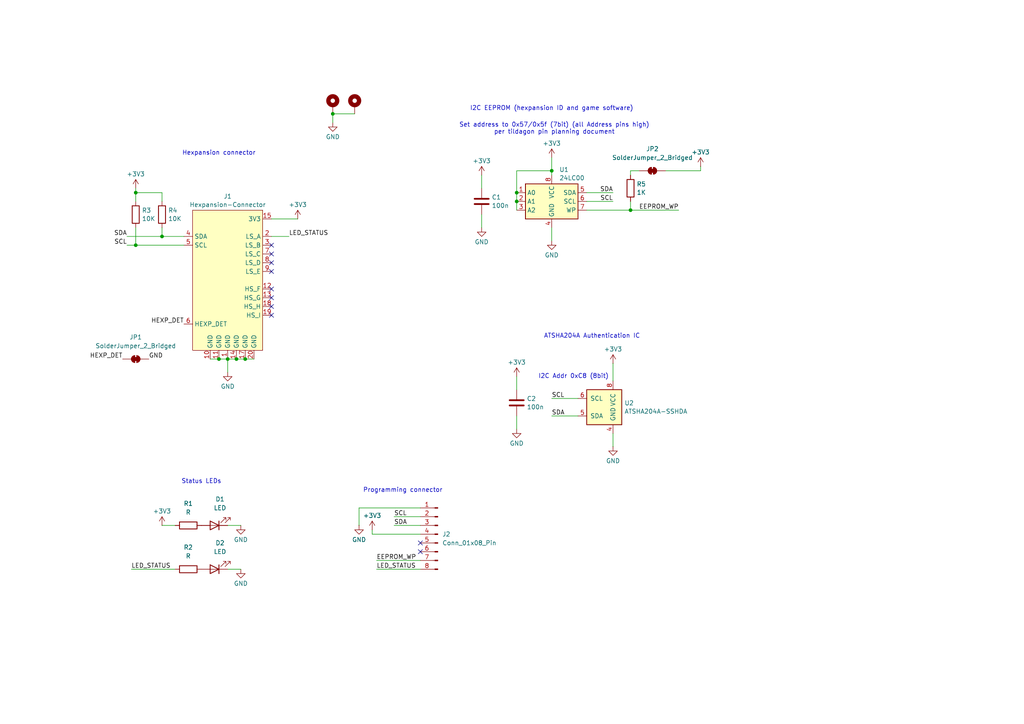
<source format=kicad_sch>
(kicad_sch (version 20231120) (generator "eeschema") (generator_version "8.0")
  (paper "A4")
  (title_block (title "Hexpansion quest marker") (rev "1.0"))
  (lib_symbols
    (symbol "Connector:Conn_01x08_Pin" (pin_names (offset 1.016) hide)
      (property "Reference" "J" (at 0 10.16 0))
      (property "Value" "Conn_01x08_Pin" (at 0 -12.7 0))
      (symbol "Conn_01x08_Pin_1_1"
        (polyline (pts (xy 1.27 -10.16) (xy 0.8636 -10.16)) (stroke (width 0.1524)))
        (polyline (pts (xy 1.27 -7.62) (xy 0.8636 -7.62)) (stroke (width 0.1524)))
        (polyline (pts (xy 1.27 -5.08) (xy 0.8636 -5.08)) (stroke (width 0.1524)))
        (polyline (pts (xy 1.27 -2.54) (xy 0.8636 -2.54)) (stroke (width 0.1524)))
        (polyline (pts (xy 1.27 0) (xy 0.8636 0)) (stroke (width 0.1524)))
        (polyline (pts (xy 1.27 2.54) (xy 0.8636 2.54)) (stroke (width 0.1524)))
        (polyline (pts (xy 1.27 5.08) (xy 0.8636 5.08)) (stroke (width 0.1524)))
        (polyline (pts (xy 1.27 7.62) (xy 0.8636 7.62)) (stroke (width 0.1524)))
        (rectangle (start 0.8636 -10.033) (end 0 -10.287) (stroke (width 0.1524)) (fill (type outline)))
        (rectangle (start 0.8636 -7.493) (end 0 -7.747) (stroke (width 0.1524)) (fill (type outline)))
        (rectangle (start 0.8636 -4.953) (end 0 -5.207) (stroke (width 0.1524)) (fill (type outline)))
        (rectangle (start 0.8636 -2.413) (end 0 -2.667) (stroke (width 0.1524)) (fill (type outline)))
        (rectangle (start 0.8636 0.127) (end 0 -0.127) (stroke (width 0.1524)) (fill (type outline)))
        (rectangle (start 0.8636 2.667) (end 0 2.413) (stroke (width 0.1524)) (fill (type outline)))
        (rectangle (start 0.8636 5.207) (end 0 4.953) (stroke (width 0.1524)) (fill (type outline)))
        (rectangle (start 0.8636 7.747) (end 0 7.493) (stroke (width 0.1524)) (fill (type outline)))
        (pin passive line (at 5.08 7.62 180) (length 3.81) (name "Pin_1") (number "1"))
        (pin passive line (at 5.08 5.08 180) (length 3.81) (name "Pin_2") (number "2"))
        (pin passive line (at 5.08 2.54 180) (length 3.81) (name "Pin_3") (number "3"))
        (pin passive line (at 5.08 0 180) (length 3.81) (name "Pin_4") (number "4"))
        (pin passive line (at 5.08 -2.54 180) (length 3.81) (name "Pin_5") (number "5"))
        (pin passive line (at 5.08 -5.08 180) (length 3.81) (name "Pin_6") (number "6"))
        (pin passive line (at 5.08 -7.62 180) (length 3.81) (name "Pin_7") (number "7"))
        (pin passive line (at 5.08 -10.16 180) (length 3.81) (name "Pin_8") (number "8"))
      )
    )
    (symbol "Device:C" (pin_numbers hide) (pin_names (offset 0.254))
      (property "Reference" "C" (at 0.635 2.54 0))
      (property "Value" "C" (at 0.635 -2.54 0))
      (symbol "C_0_1"
        (polyline (pts (xy -2.032 -0.762) (xy 2.032 -0.762)) (stroke (width 0.508)))
        (polyline (pts (xy -2.032 0.762) (xy 2.032 0.762)) (stroke (width 0.508)))
      )
      (symbol "C_1_1"
        (pin passive line (at 0 3.81 270) (length 2.794) (name "~") (number "1"))
        (pin passive line (at 0 -3.81 90) (length 2.794) (name "~") (number "2"))
      )
    )
    (symbol "Device:LED" (pin_numbers hide) (pin_names (offset 1.016) hide)
      (property "Reference" "D" (at 0 2.54 0))
      (property "Value" "LED" (at 0 -2.54 0))
      (symbol "LED_0_1"
        (polyline (pts (xy -1.27 -1.27) (xy -1.27 1.27)) (stroke (width 0.254)))
        (polyline (pts (xy -1.27 0) (xy 1.27 0)))
        (polyline (pts (xy 1.27 -1.27) (xy 1.27 1.27) (xy -1.27 0) (xy 1.27 -1.27)) (stroke (width 0.254)))
        (polyline (pts (xy -3.048 -0.762) (xy -4.572 -2.286) (xy -3.81 -2.286) (xy -4.572 -2.286) (xy -4.572 -1.524)))
        (polyline (pts (xy -1.778 -0.762) (xy -3.302 -2.286) (xy -2.54 -2.286) (xy -3.302 -2.286) (xy -3.302 -1.524)))
      )
      (symbol "LED_1_1"
        (pin passive line (at -3.81 0 0) (length 2.54) (name "K") (number "1"))
        (pin passive line (at 3.81 0 180) (length 2.54) (name "A") (number "2"))
      )
    )
    (symbol "Device:R" (pin_numbers hide) (pin_names (offset 0))
      (property "Reference" "R" (at 2.032 0 90))
      (property "Value" "R" (at 0 0 90))
      (symbol "R_0_1"
        (rectangle (start -1.016 -2.54) (end 1.016 2.54) (stroke (width 0.254)))
      )
      (symbol "R_1_1"
        (pin passive line (at 0 3.81 270) (length 1.27) (name "~") (number "1"))
        (pin passive line (at 0 -3.81 90) (length 1.27) (name "~") (number "2"))
      )
    )
    (symbol "Jumper:SolderJumper_2_Bridged" (pin_numbers hide) (pin_names (offset 0) hide) (exclude_from_sim yes) (in_bom no)
      (property "Reference" "JP" (at 0 2.032 0))
      (property "Value" "SolderJumper_2_Bridged" (at 0 -2.54 0))
      (symbol "SolderJumper_2_Bridged_0_1"
        (rectangle (start -0.508 0.508) (end 0.508 -0.508) (fill (type outline)))
        (arc (start -0.254 1.016) (mid -1.2656 0) (end -0.254 -1.016))
        (arc (start -0.254 1.016) (mid -1.2656 0) (end -0.254 -1.016) (fill (type outline)))
        (polyline (pts (xy -0.254 1.016) (xy -0.254 -1.016)))
        (polyline (pts (xy 0.254 1.016) (xy 0.254 -1.016)))
        (arc (start 0.254 -1.016) (mid 1.2656 0) (end 0.254 1.016))
        (arc (start 0.254 -1.016) (mid 1.2656 0) (end 0.254 1.016) (fill (type outline)))
      )
      (symbol "SolderJumper_2_Bridged_1_1"
        (pin passive line (at -3.81 0 0) (length 2.54) (name "A") (number "1"))
        (pin passive line (at 3.81 0 180) (length 2.54) (name "B") (number "2"))
      )
    )
    (symbol "Mechanical:MountingHole_Pad" (pin_numbers hide) (pin_names (offset 1.016) hide) (exclude_from_sim yes) (in_bom no)
      (property "Reference" "H" (at 0 6.35 0))
      (property "Value" "MountingHole_Pad" (at 0 4.445 0))
      (symbol "MountingHole_Pad_0_1"
        (circle (center 0 1.27) (radius 1.27) (stroke (width 1.27)))
      )
      (symbol "MountingHole_Pad_1_1"
        (pin input line (at 0 -2.54 90) (length 2.54) (name "1") (number "1"))
      )
    )
    (symbol "Memory_EEPROM:24LC00"
      (property "Reference" "U" (at -6.35 6.35 0))
      (property "Value" "24LC00" (at 1.27 6.35 0))
      (symbol "24LC00_1_1"
        (rectangle (start -7.62 5.08) (end 7.62 -5.08) (stroke (width 0.254)) (fill (type background)))
        (pin input line (at -10.16 2.54 0) (length 2.54) (name "A0") (number "1"))
        (pin input line (at -10.16 0 0) (length 2.54) (name "A1") (number "2"))
        (pin input line (at -10.16 -2.54 0) (length 2.54) (name "A2") (number "3"))
        (pin power_in line (at 0 -7.62 90) (length 2.54) (name "GND") (number "4"))
        (pin bidirectional line (at 10.16 2.54 180) (length 2.54) (name "SDA") (number "5"))
        (pin input line (at 10.16 0 180) (length 2.54) (name "SCL") (number "6"))
        (pin input line (at 10.16 -2.54 180) (length 2.54) (name "WP") (number "7"))
        (pin power_in line (at 0 7.62 270) (length 2.54) (name "VCC") (number "8"))
      )
    )
    (symbol "hexpansion:ATSHA204A-SSHDA" (pin_names (offset 1.016))
      (property "Reference" "U" (at -7.62 10.16 0))
      (property "Value" "ATSHA204A-SSHDA" (at -7.62 7.62 0))
      (symbol "ATSHA204A-SSHDA_0_1"
        (rectangle (start -5.08 5.08) (end 5.08 -5.08) (stroke (width 0.254)) (fill (type background)))
      )
      (symbol "ATSHA204A-SSHDA_1_0"
        (pin no_connect line (at 7.62 3.81 180) (length 2.54) hide (name "") (number "1"))
        (pin no_connect line (at 7.62 1.27 180) (length 2.54) hide (name "") (number "2"))
        (pin no_connect line (at 7.62 -3.81 180) (length 2.54) hide (name "") (number "3"))
        (pin no_connect line (at 7.62 -1.27 180) (length 2.54) hide (name "") (number "7"))
      )
      (symbol "ATSHA204A-SSHDA_1_1"
        (pin power_in line (at 2.54 -7.62 90) (length 2.54) (name "GND") (number "4"))
        (pin bidirectional line (at -7.62 -2.54 0) (length 2.54) (name "SDA") (number "5"))
        (pin input line (at -7.62 2.54 0) (length 2.54) (name "SCL") (number "6"))
        (pin power_in line (at 2.54 7.62 270) (length 2.54) (name "VCC") (number "8"))
      )
    )
    (symbol "hexpansion:hexpansion-edge-connector" (in_bom no)
      (property "Reference" "J" (at -6.35 17.78 0))
      (property "Value" "Hexpansion-Connector" (at 0 21.59 0))
      (symbol "hexpansion-edge-connector_1_1"
        (rectangle (start -10.16 20.32) (end 10.16 -20.32) (fill (type background)))
        (pin power_out line (at 0 -22.86 90) (length 2.54) (name "GND") (number "1"))
        (pin passive line (at -5.08 -22.86 90) (length 2.54) (name "GND") (number "10"))
        (pin passive line (at -2.54 -22.86 90) (length 2.54) (name "GND") (number "11"))
        (pin bidirectional line (at 12.7 -2.54 180) (length 2.54) (name "HS_F") (number "12"))
        (pin bidirectional line (at 12.7 -5.08 180) (length 2.54) (name "HS_G") (number "13"))
        (pin passive line (at 2.54 -22.86 90) (length 2.54) (name "GND") (number "14"))
        (pin power_out line (at 12.7 17.78 180) (length 2.54) (name "3V3") (number "15"))
        (pin passive line (at 12.7 17.78 180) (length 2.54) hide (name "3V3") (number "16"))
        (pin passive line (at 5.08 -22.86 90) (length 2.54) (name "GND") (number "17"))
        (pin bidirectional line (at 12.7 -7.62 180) (length 2.54) (name "HS_H") (number "18"))
        (pin bidirectional line (at 12.7 -10.16 180) (length 2.54) (name "HS_I") (number "19"))
        (pin bidirectional line (at 12.7 12.7 180) (length 2.54) (name "LS_A") (number "2"))
        (pin passive line (at 7.62 -22.86 90) (length 2.54) (name "GND") (number "20"))
        (pin bidirectional line (at 12.7 10.16 180) (length 2.54) (name "LS_B") (number "3"))
        (pin bidirectional line (at -12.7 12.7 0) (length 2.54) (name "SDA") (number "4"))
        (pin output line (at -12.7 10.16 0) (length 2.54) (name "SCL") (number "5"))
        (pin bidirectional line (at -12.7 -12.7 0) (length 2.54) (name "HEXP_DET") (number "6"))
        (pin bidirectional line (at 12.7 7.62 180) (length 2.54) (name "LS_C") (number "7"))
        (pin bidirectional line (at 12.7 5.08 180) (length 2.54) (name "LS_D") (number "8"))
        (pin bidirectional line (at 12.7 2.54 180) (length 2.54) (name "LS_E") (number "9"))
      )
    )
    (symbol "power:+3V3" (power) (pin_numbers hide) (pin_names (offset 0) hide)
      (property "Value" "+3V3" (at 0 3.556 0))
      (symbol "+3V3_0_1"
        (polyline (pts (xy -0.762 1.27) (xy 0 2.54)))
        (polyline (pts (xy 0 0) (xy 0 2.54)))
        (polyline (pts (xy 0 2.54) (xy 0.762 1.27)))
      )
      (symbol "+3V3_1_1"
        (pin power_in line (at 0 0 90) (length 0) (name "~") (number "1"))
      )
    )
    (symbol "power:GND" (power) (pin_numbers hide) (pin_names (offset 0) hide)
      (property "Value" "GND" (at 0 -3.81 0))
      (symbol "GND_0_1"
        (polyline (pts (xy 0 0) (xy 0 -1.27) (xy 1.27 -1.27) (xy 0 -2.54) (xy -1.27 -1.27) (xy 0 -1.27)))
      )
      (symbol "GND_1_1"
        (pin power_in line (at 0 0 270) (length 0) (name "~") (number "1"))
      )
    )
  )
  (junction (at 71.12 104.14))
  (junction (at 63.5 104.14))
  (junction (at 68.58 104.14))
  (junction (at 149.86 58.42))
  (junction (at 66.04 104.14))
  (junction (at 46.99 68.58))
  (junction (at 39.37 55.88))
  (junction (at 160.02 49.53))
  (junction (at 182.88 60.96))
  (junction (at 149.86 55.88))
  (junction (at 96.52 33.02))
  (junction (at 39.37 71.12))
  (no_connect (at 78.74 73.66))
  (no_connect (at 78.74 86.36))
  (no_connect (at 78.74 71.12))
  (no_connect (at 121.92 157.48))
  (no_connect (at 121.92 160.02))
  (no_connect (at 78.74 88.9))
  (no_connect (at 78.74 76.2))
  (no_connect (at 78.74 83.82))
  (no_connect (at 78.74 91.44))
  (no_connect (at 78.74 78.74))
  (wire (pts (xy 96.52 33.02) (xy 102.87 33.02)))
  (wire (pts (xy 63.5 104.14) (xy 66.04 104.14)))
  (wire (pts (xy 149.86 120.65) (xy 149.86 124.46)))
  (wire (pts (xy 170.18 58.42) (xy 177.8 58.42)))
  (wire (pts (xy 149.86 109.22) (xy 149.86 113.03)))
  (wire (pts (xy 39.37 55.88) (xy 39.37 58.42)))
  (wire (pts (xy 66.04 104.14) (xy 68.58 104.14)))
  (wire (pts (xy 182.88 49.53) (xy 185.42 49.53)))
  (wire (pts (xy 121.92 154.94) (xy 107.95 154.94)))
  (wire (pts (xy 68.58 104.14) (xy 71.12 104.14)))
  (wire (pts (xy 114.3 149.86) (xy 121.92 149.86)))
  (wire (pts (xy 46.99 58.42) (xy 46.99 55.88)))
  (wire (pts (xy 182.88 49.53) (xy 182.88 50.8)))
  (wire (pts (xy 36.83 71.12) (xy 39.37 71.12)))
  (wire (pts (xy 66.04 104.14) (xy 66.04 107.95)))
  (wire (pts (xy 160.02 45.72) (xy 160.02 49.53)))
  (wire (pts (xy 160.02 115.57) (xy 167.64 115.57)))
  (wire (pts (xy 36.83 68.58) (xy 46.99 68.58)))
  (wire (pts (xy 177.8 105.41) (xy 177.8 110.49)))
  (wire (pts (xy 193.04 49.53) (xy 203.2 49.53)))
  (wire (pts (xy 109.22 162.56) (xy 121.92 162.56)))
  (wire (pts (xy 104.14 147.32) (xy 104.14 152.4)))
  (wire (pts (xy 39.37 71.12) (xy 53.34 71.12)))
  (wire (pts (xy 149.86 55.88) (xy 149.86 58.42)))
  (wire (pts (xy 39.37 54.61) (xy 39.37 55.88)))
  (wire (pts (xy 39.37 55.88) (xy 46.99 55.88)))
  (wire (pts (xy 203.2 48.26) (xy 203.2 49.53)))
  (wire (pts (xy 182.88 58.42) (xy 182.88 60.96)))
  (wire (pts (xy 149.86 49.53) (xy 160.02 49.53)))
  (wire (pts (xy 78.74 63.5) (xy 86.36 63.5)))
  (wire (pts (xy 149.86 58.42) (xy 149.86 60.96)))
  (wire (pts (xy 160.02 120.65) (xy 167.64 120.65)))
  (wire (pts (xy 78.74 68.58) (xy 83.82 68.58)))
  (wire (pts (xy 170.18 60.96) (xy 182.88 60.96)))
  (wire (pts (xy 46.99 68.58) (xy 53.34 68.58)))
  (wire (pts (xy 160.02 49.53) (xy 160.02 50.8)))
  (wire (pts (xy 149.86 49.53) (xy 149.86 55.88)))
  (wire (pts (xy 104.14 147.32) (xy 121.92 147.32)))
  (wire (pts (xy 96.52 33.02) (xy 96.52 35.56)))
  (wire (pts (xy 139.7 62.23) (xy 139.7 66.04)))
  (wire (pts (xy 170.18 55.88) (xy 177.8 55.88)))
  (wire (pts (xy 182.88 60.96) (xy 196.85 60.96)))
  (wire (pts (xy 114.3 152.4) (xy 121.92 152.4)))
  (wire (pts (xy 46.99 66.04) (xy 46.99 68.58)))
  (wire (pts (xy 46.99 152.4) (xy 50.8 152.4)))
  (wire (pts (xy 66.04 165.1) (xy 69.85 165.1)))
  (wire (pts (xy 38.1 165.1) (xy 50.8 165.1)))
  (wire (pts (xy 107.95 153.67) (xy 107.95 154.94)))
  (wire (pts (xy 109.22 165.1) (xy 121.92 165.1)))
  (wire (pts (xy 160.02 66.04) (xy 160.02 69.85)))
  (wire (pts (xy 66.04 152.4) (xy 69.85 152.4)))
  (wire (pts (xy 177.8 125.73) (xy 177.8 129.54)))
  (wire (pts (xy 139.7 50.8) (xy 139.7 54.61)))
  (wire (pts (xy 71.12 104.14) (xy 73.66 104.14)))
  (wire (pts (xy 39.37 66.04) (xy 39.37 71.12)))
  (wire (pts (xy 60.96 104.14) (xy 63.5 104.14)))
  (text "ATSHA204A Authentication IC" (at 171.704 97.536 0) (effects (font (size 1.27 1.27))))
  (text "Set address to 0x57/0x5f (7bit) (all Address pins high)\nper tildagon pin planning document" (at 160.782 37.338 0) (effects (font (size 1.27 1.27))))
  (text "Programming connector" (at 116.84 142.24 0) (effects (font (size 1.27 1.27))))
  (text "I2C Addr 0xC8 (8bit)" (at 166.37 109.22 0) (effects (font (size 1.27 1.27))))
  (text "Status LEDs" (at 58.42 139.7 0) (effects (font (size 1.27 1.27))))
  (text "Hexpansion connector" (at 63.5 44.45 0) (effects (font (size 1.27 1.27))))
  (text "I2C EEPROM (hexpansion ID and game software)" (at 160.02 31.496 0) (effects (font (size 1.27 1.27))))
  (label "HEXP_DET" (at 35.56 104.14 180))
  (label "EEPROM_WP" (at 196.85 60.96 180))
  (label "SDA" (at 177.8 55.88 180))
  (label "GND" (at 43.18 104.14 0))
  (label "SCL" (at 36.83 71.12 180))
  (label "SDA" (at 160.02 120.65 0))
  (label "SCL" (at 114.3 149.86 0))
  (label "SDA" (at 36.83 68.58 180))
  (label "SCL" (at 160.02 115.57 0))
  (label "EEPROM_WP" (at 109.22 162.56 0))
  (label "SCL" (at 177.8 58.42 180))
  (label "LED_STATUS" (at 109.22 165.1 0))
  (label "HEXP_DET" (at 53.34 93.98 180))
  (label "LED_STATUS" (at 38.1 165.1 0))
  (label "SDA" (at 114.3 152.4 0))
  (label "LED_STATUS" (at 83.82 68.58 0))
  (symbol (lib_id "Device:R") (at 54.61 152.4 90) (unit 1)
    (property "Reference" "R1" (at 54.61 146.05 90))
    (property "Value" "R" (at 54.61 148.59 90))
    (property "Footprint" "Resistor_SMD:R_0603_1608Metric" (effects (hide yes)))
    (property "Description" "Resistor" (effects (hide yes)))
  )
  (symbol (lib_id "power:+3V3") (at 107.95 153.67 0) (unit 1)
    (property "Reference" "#PWR015" (effects (hide yes)))
    (property "Value" "+3V3" (at 107.95 149.5369 0))
    (property "Description" "Power symbol creates a global label with name \"+3V3\"" (effects (hide yes)))
  )
  (symbol (lib_id "hexpansion:ATSHA204A-SSHDA") (at 175.26 118.11 0) (unit 1)
    (property "Reference" "U2" (at 181.102 116.8978 0) (effects (justify left)))
    (property "Value" "ATSHA204A-SSHDA" (at 181.102 119.3221 0) (effects (justify left)))
    (property "Footprint" "Package_SO:SOIC-8_3.9x4.9mm_P1.27mm" (effects (hide yes)))
    (property "Datasheet" "https://ww1.microchip.com/downloads/aemDocuments/documents/OTH/ProductDocuments/DataSheets/ATSHA204A-Data-Sheet-40002025A.pdf" (effects (hide yes)))
    (property "Description" "SHA-based CryptoAuthentication" (effects (hide yes)))
  )
  (symbol (lib_id "power:+3V3") (at 46.99 152.4 0) (unit 1)
    (property "Reference" "#PWR08" (effects (hide yes)))
    (property "Value" "+3V3" (at 46.99 148.2669 0))
    (property "Description" "Power symbol creates a global label with name \"+3V3\"" (effects (hide yes)))
  )
  (symbol (lib_id "power:GND") (at 66.04 107.95 0) (unit 1)
    (property "Reference" "#PWR04" (effects (hide yes)))
    (property "Value" "GND" (at 66.04 112.0831 0))
    (property "Description" "Power symbol creates a global label with name \"GND\" , ground" (effects (hide yes)))
  )
  (symbol (lib_id "Memory_EEPROM:24LC00") (at 160.02 58.42 0) (unit 1)
    (property "Reference" "U1" (at 162.2141 49.1955 0) (effects (justify left)))
    (property "Value" "24LC00" (at 162.2141 51.6198 0) (effects (justify left)))
    (property "Footprint" "Package_SO:TSSOP-8_4.4x3mm_P0.65mm" (effects (hide yes)))
    (property "Datasheet" "http://ww1.microchip.com/downloads/en/DeviceDoc/21178G.pdf" (effects (hide yes)))
    (property "Description" "I2C Serial EEPROM, 128 Bits, DIP-8/SOIC-8/TSSOP-8/DFN-8" (effects (hide yes)))
  )
  (symbol (lib_id "Device:LED") (at 62.23 165.1 180) (unit 1)
    (property "Reference" "D2" (at 63.8175 157.48 0))
    (property "Value" "LED" (at 63.8175 160.02 0))
    (property "Footprint" "LED_SMD:LED_0805_2012Metric" (effects (hide yes)))
    (property "Description" "Light emitting diode" (effects (hide yes)))
  )
  (symbol (lib_id "Connector:Conn_01x08_Pin") (at 127 154.94 0) (mirror y) (unit 1)
    (property "Reference" "J2" (at 128.27 154.94 0) (effects (justify right)))
    (property "Value" "Conn_01x08_Pin" (at 128.27 157.48 0) (effects (justify right)))
    (property "Footprint" "hexpansion:SOIC_clipProgSmall" (effects (hide yes)))
    (property "Description" "Generic connector, single row, 01x08, script generated" (effects (hide yes)))
  )
  (symbol (lib_id "Mechanical:MountingHole_Pad") (at 96.52 30.48 0) (unit 1)
    (property "Reference" "H1" (effects (hide yes)))
    (property "Value" "MountingHole_Pad" (effects (hide yes)))
    (property "Footprint" "MountingHole:MountingHole_2.2mm_M2_Pad_Via" (effects (hide yes)))
    (property "Description" "Mounting Hole with connection" (effects (hide yes)))
  )
  (symbol (lib_id "Device:LED") (at 62.23 152.4 180) (unit 1)
    (property "Reference" "D1" (at 63.8175 144.78 0))
    (property "Value" "LED" (at 63.8175 147.32 0))
    (property "Footprint" "LED_SMD:LED_0805_2012Metric" (effects (hide yes)))
    (property "Description" "Light emitting diode" (effects (hide yes)))
  )
  (symbol (lib_id "power:+3V3") (at 149.86 109.22 0) (unit 1)
    (property "Reference" "#PWR016" (effects (hide yes)))
    (property "Value" "+3V3" (at 149.86 105.0869 0))
    (property "Description" "Power symbol creates a global label with name \"+3V3\"" (effects (hide yes)))
  )
  (symbol (lib_id "power:GND") (at 96.52 35.56 0) (unit 1)
    (property "Reference" "#PWR03" (effects (hide yes)))
    (property "Value" "GND" (at 96.52 39.6931 0))
    (property "Description" "Power symbol creates a global label with name \"GND\" , ground" (effects (hide yes)))
  )
  (symbol (lib_id "power:+3V3") (at 160.02 45.72 0) (unit 1)
    (property "Reference" "#PWR01" (effects (hide yes)))
    (property "Value" "+3V3" (at 160.02 41.5869 0))
    (property "Description" "Power symbol creates a global label with name \"+3V3\"" (effects (hide yes)))
  )
  (symbol (lib_id "power:+3V3") (at 139.7 50.8 0) (unit 1)
    (property "Reference" "#PWR013" (effects (hide yes)))
    (property "Value" "+3V3" (at 139.7 46.6669 0))
    (property "Description" "Power symbol creates a global label with name \"+3V3\"" (effects (hide yes)))
  )
  (symbol (lib_id "power:+3V3") (at 86.36 63.5 0) (unit 1)
    (property "Reference" "#PWR02" (effects (hide yes)))
    (property "Value" "+3V3" (at 86.36 59.3669 0))
    (property "Description" "Power symbol creates a global label with name \"+3V3\"" (effects (hide yes)))
  )
  (symbol (lib_id "power:GND") (at 104.14 152.4 0) (unit 1)
    (property "Reference" "#PWR014" (effects (hide yes)))
    (property "Value" "GND" (at 104.14 156.5331 0))
    (property "Description" "Power symbol creates a global label with name \"GND\" , ground" (effects (hide yes)))
  )
  (symbol (lib_id "Device:C") (at 149.86 116.84 0) (unit 1)
    (property "Reference" "C2" (at 152.781 115.6278 0) (effects (justify left)))
    (property "Value" "100n" (at 152.781 118.0521 0) (effects (justify left)))
    (property "Footprint" "Capacitor_SMD:C_0603_1608Metric" (effects (hide yes)))
    (property "Description" "Unpolarized capacitor" (effects (hide yes)))
  )
  (symbol (lib_id "Mechanical:MountingHole_Pad") (at 102.87 30.48 0) (unit 1)
    (property "Reference" "H2" (effects (hide yes)))
    (property "Value" "MountingHole_Pad" (effects (hide yes)))
    (property "Footprint" "MountingHole:MountingHole_2.2mm_M2_Pad_Via" (effects (hide yes)))
    (property "Description" "Mounting Hole with connection" (effects (hide yes)))
  )
  (symbol (lib_id "Device:R") (at 182.88 54.61 180) (unit 1)
    (property "Reference" "R5" (at 184.658 53.3978 0) (effects (justify right)))
    (property "Value" "1K" (at 184.658 55.8221 0) (effects (justify right)))
    (property "Footprint" "Resistor_SMD:R_0603_1608Metric" (effects (hide yes)))
    (property "Description" "Resistor" (effects (hide yes)))
  )
  (symbol (lib_id "Device:C") (at 139.7 58.42 0) (unit 1)
    (property "Reference" "C1" (at 142.621 57.2078 0) (effects (justify left)))
    (property "Value" "100n" (at 142.621 59.6321 0) (effects (justify left)))
    (property "Footprint" "Capacitor_SMD:C_0603_1608Metric" (effects (hide yes)))
    (property "Description" "Unpolarized capacitor" (effects (hide yes)))
  )
  (symbol (lib_id "hexpansion:hexpansion-edge-connector") (at 66.04 81.28 0) (unit 1) (in_bom no)
    (property "Reference" "J1" (at 66.04 56.9425 0))
    (property "Value" "Hexpansion-Connector" (at 66.04 59.3668 0))
    (property "Footprint" "hexpansion:hexpansion-edge-connector" (effects (hide yes)))
    (property "Sim.Enable" "0" (effects (hide yes)))
  )
  (symbol (lib_id "power:GND") (at 69.85 165.1 0) (unit 1)
    (property "Reference" "#PWR07" (effects (hide yes)))
    (property "Value" "GND" (at 69.85 169.2331 0))
    (property "Description" "Power symbol creates a global label with name \"GND\" , ground" (effects (hide yes)))
  )
  (symbol (lib_id "Device:R") (at 46.99 62.23 180) (unit 1)
    (property "Reference" "R4" (at 48.768 61.0178 0) (effects (justify right)))
    (property "Value" "10K" (at 48.768 63.4421 0) (effects (justify right)))
    (property "Footprint" "Resistor_SMD:R_0603_1608Metric" (effects (hide yes)))
    (property "Description" "Resistor" (effects (hide yes)))
  )
  (symbol (lib_id "power:GND") (at 177.8 129.54 0) (unit 1)
    (property "Reference" "#PWR09" (effects (hide yes)))
    (property "Value" "GND" (at 177.8 133.6731 0))
    (property "Description" "Power symbol creates a global label with name \"GND\" , ground" (effects (hide yes)))
  )
  (symbol (lib_id "Device:R") (at 39.37 62.23 180) (unit 1)
    (property "Reference" "R3" (at 41.148 61.0178 0) (effects (justify right)))
    (property "Value" "10K" (at 41.148 63.4421 0) (effects (justify right)))
    (property "Footprint" "Resistor_SMD:R_0603_1608Metric" (effects (hide yes)))
    (property "Description" "Resistor" (effects (hide yes)))
  )
  (symbol (lib_id "power:GND") (at 139.7 66.04 0) (unit 1)
    (property "Reference" "#PWR012" (effects (hide yes)))
    (property "Value" "GND" (at 139.7 70.1731 0))
    (property "Description" "Power symbol creates a global label with name \"GND\" , ground" (effects (hide yes)))
  )
  (symbol (lib_id "power:+3V3") (at 39.37 54.61 0) (unit 1)
    (property "Reference" "#PWR011" (effects (hide yes)))
    (property "Value" "+3V3" (at 39.37 50.4769 0))
    (property "Description" "Power symbol creates a global label with name \"+3V3\"" (effects (hide yes)))
  )
  (symbol (lib_id "Jumper:SolderJumper_2_Bridged") (at 189.23 49.53 0) (unit 1)
    (property "Reference" "JP2" (at 189.23 43.18 0))
    (property "Value" "SolderJumper_2_Bridged" (at 189.23 45.72 0))
    (property "Footprint" "Jumper:SolderJumper-2_P1.3mm_Bridged_RoundedPad1.0x1.5mm" (effects (hide yes)))
    (property "Description" "Solder Jumper, 2-pole, closed/bridged" (effects (hide yes)))
  )
  (symbol (lib_id "power:GND") (at 160.02 69.85 0) (unit 1)
    (property "Reference" "#PWR05" (effects (hide yes)))
    (property "Value" "GND" (at 160.02 73.9831 0))
    (property "Description" "Power symbol creates a global label with name \"GND\" , ground" (effects (hide yes)))
  )
  (symbol (lib_id "power:GND") (at 69.85 152.4 0) (unit 1)
    (property "Reference" "#PWR06" (effects (hide yes)))
    (property "Value" "GND" (at 69.85 156.5331 0))
    (property "Description" "Power symbol creates a global label with name \"GND\" , ground" (effects (hide yes)))
  )
  (symbol (lib_id "Device:R") (at 54.61 165.1 90) (unit 1)
    (property "Reference" "R2" (at 54.61 158.75 90))
    (property "Value" "R" (at 54.61 161.29 90))
    (property "Footprint" "Resistor_SMD:R_0603_1608Metric" (effects (hide yes)))
    (property "Description" "Resistor" (effects (hide yes)))
  )
  (symbol (lib_id "power:GND") (at 149.86 124.46 0) (unit 1)
    (property "Reference" "#PWR017" (effects (hide yes)))
    (property "Value" "GND" (at 149.86 128.5931 0))
    (property "Description" "Power symbol creates a global label with name \"GND\" , ground" (effects (hide yes)))
  )
  (symbol (lib_id "power:+3V3") (at 203.2 48.26 0) (unit 1)
    (property "Reference" "#PWR018" (effects (hide yes)))
    (property "Value" "+3V3" (at 203.2 44.1269 0))
    (property "Description" "Power symbol creates a global label with name \"+3V3\"" (effects (hide yes)))
  )
  (symbol (lib_id "Jumper:SolderJumper_2_Bridged") (at 39.37 104.14 0) (unit 1)
    (property "Reference" "JP1" (at 39.37 97.79 0))
    (property "Value" "SolderJumper_2_Bridged" (at 39.37 100.33 0))
    (property "Footprint" "Jumper:SolderJumper-2_P1.3mm_Bridged_RoundedPad1.0x1.5mm" (effects (hide yes)))
    (property "Description" "Solder Jumper, 2-pole, closed/bridged" (effects (hide yes)))
  )
  (symbol (lib_id "power:+3V3") (at 177.8 105.41 0) (unit 1)
    (property "Reference" "#PWR010" (effects (hide yes)))
    (property "Value" "+3V3" (at 177.8 101.2769 0))
    (property "Description" "Power symbol creates a global label with name \"+3V3\"" (effects (hide yes)))
  )
)
</source>
